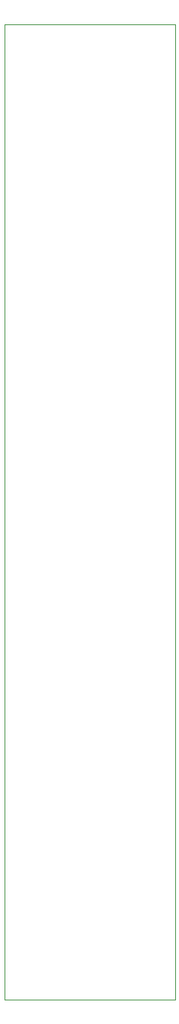
<source format=gbr>
%TF.GenerationSoftware,KiCad,Pcbnew,7.0.5-0*%
%TF.CreationDate,2023-09-10T13:20:23+02:00*%
%TF.ProjectId,links,6c696e6b-732e-46b6-9963-61645f706362,rev?*%
%TF.SameCoordinates,Original*%
%TF.FileFunction,Profile,NP*%
%FSLAX46Y46*%
G04 Gerber Fmt 4.6, Leading zero omitted, Abs format (unit mm)*
G04 Created by KiCad (PCBNEW 7.0.5-0) date 2023-09-10 13:20:23*
%MOMM*%
%LPD*%
G01*
G04 APERTURE LIST*
%TA.AperFunction,Profile*%
%ADD10C,0.050000*%
%TD*%
G04 APERTURE END LIST*
D10*
X138986100Y-50790450D02*
X138986100Y-159216750D01*
X138986100Y-159216750D02*
X158016100Y-159216750D01*
X158016100Y-50790450D02*
X138986100Y-50790450D01*
X158016100Y-159216750D02*
X158016100Y-50790450D01*
M02*

</source>
